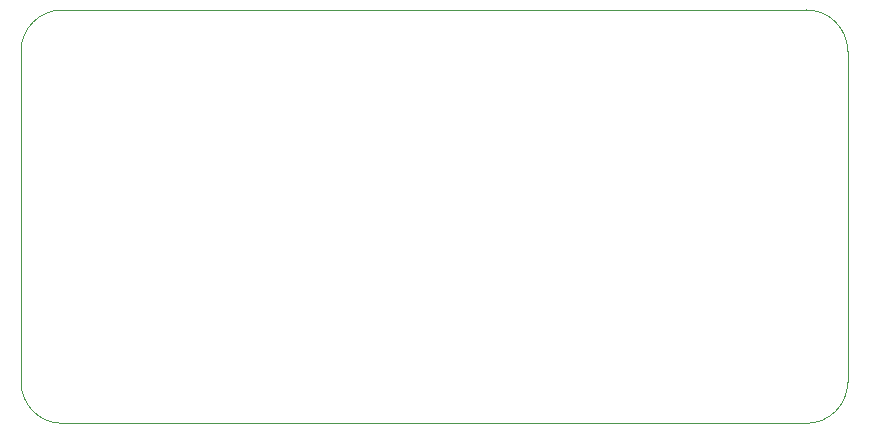
<source format=gbr>
%TF.GenerationSoftware,KiCad,Pcbnew,(5.1.5-0-10_14)*%
%TF.CreationDate,2022-05-02T16:57:52+02:00*%
%TF.ProjectId,PongoIR,506f6e67-6f49-4522-9e6b-696361645f70,rev?*%
%TF.SameCoordinates,Original*%
%TF.FileFunction,Profile,NP*%
%FSLAX46Y46*%
G04 Gerber Fmt 4.6, Leading zero omitted, Abs format (unit mm)*
G04 Created by KiCad (PCBNEW (5.1.5-0-10_14)) date 2022-05-02 16:57:52*
%MOMM*%
%LPD*%
G04 APERTURE LIST*
%TA.AperFunction,Profile*%
%ADD10C,0.050000*%
%TD*%
G04 APERTURE END LIST*
D10*
X144750000Y-117000000D02*
X207750000Y-117000000D01*
X144750000Y-82000000D02*
X207750000Y-82000000D01*
X211250000Y-85500000D02*
X211250000Y-113500000D01*
X211250000Y-113500000D02*
G75*
G02X207750000Y-117000000I-3500000J0D01*
G01*
X207750000Y-82000000D02*
G75*
G02X211250000Y-85500000I0J-3500000D01*
G01*
X141250000Y-113500000D02*
X141250000Y-85500000D01*
X144750000Y-117000000D02*
G75*
G02X141250000Y-113500000I0J3500000D01*
G01*
X141250000Y-85500000D02*
G75*
G02X144750000Y-82000000I3500000J0D01*
G01*
M02*

</source>
